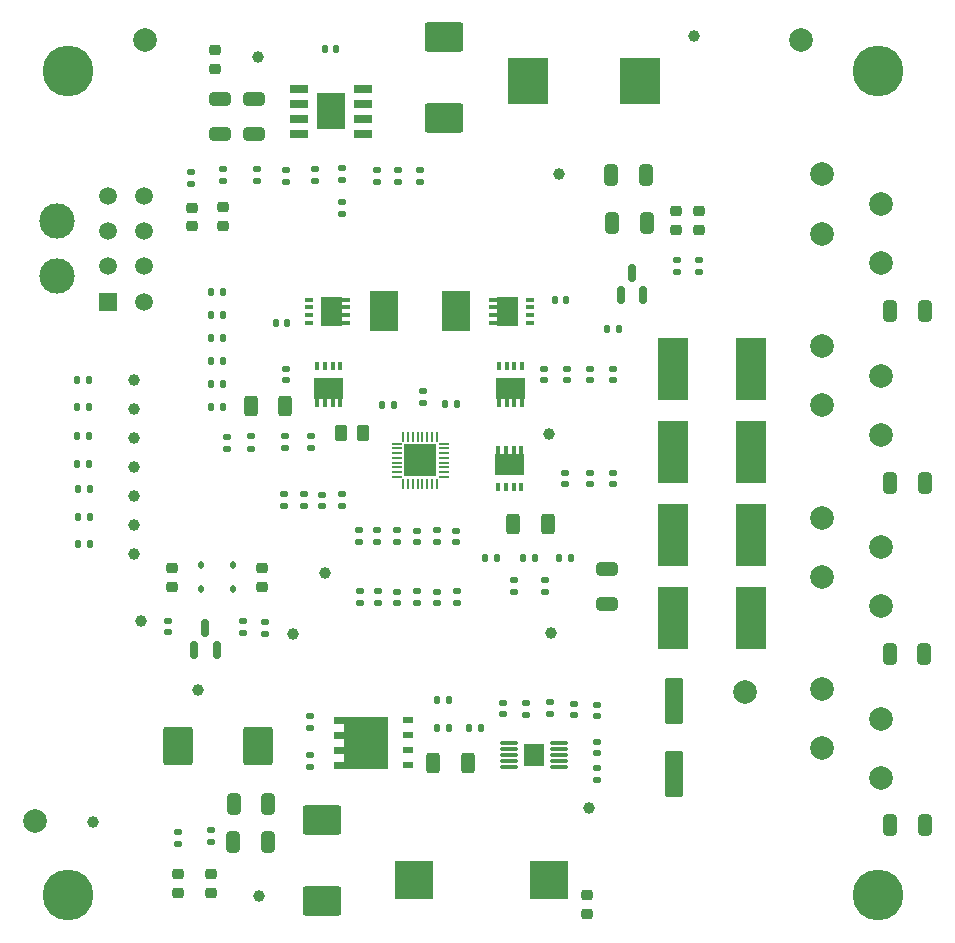
<source format=gts>
G04 #@! TF.GenerationSoftware,KiCad,Pcbnew,7.0.6-0*
G04 #@! TF.CreationDate,2023-09-08T10:13:38-03:00*
G04 #@! TF.ProjectId,expansao_bateria_rev1.1,65787061-6e73-4616-9f5f-626174657269,rev?*
G04 #@! TF.SameCoordinates,Original*
G04 #@! TF.FileFunction,Soldermask,Top*
G04 #@! TF.FilePolarity,Negative*
%FSLAX46Y46*%
G04 Gerber Fmt 4.6, Leading zero omitted, Abs format (unit mm)*
G04 Created by KiCad (PCBNEW 7.0.6-0) date 2023-09-08 10:13:38*
%MOMM*%
%LPD*%
G01*
G04 APERTURE LIST*
G04 Aperture macros list*
%AMRoundRect*
0 Rectangle with rounded corners*
0 $1 Rounding radius*
0 $2 $3 $4 $5 $6 $7 $8 $9 X,Y pos of 4 corners*
0 Add a 4 corners polygon primitive as box body*
4,1,4,$2,$3,$4,$5,$6,$7,$8,$9,$2,$3,0*
0 Add four circle primitives for the rounded corners*
1,1,$1+$1,$2,$3*
1,1,$1+$1,$4,$5*
1,1,$1+$1,$6,$7*
1,1,$1+$1,$8,$9*
0 Add four rect primitives between the rounded corners*
20,1,$1+$1,$2,$3,$4,$5,0*
20,1,$1+$1,$4,$5,$6,$7,0*
20,1,$1+$1,$6,$7,$8,$9,0*
20,1,$1+$1,$8,$9,$2,$3,0*%
%AMFreePoly0*
4,1,17,2.675000,1.605000,1.875000,1.605000,1.875000,0.935000,2.675000,0.935000,2.675000,0.335000,1.875000,0.335000,1.875000,-0.335000,2.675000,-0.335000,2.675000,-0.935000,1.875000,-0.935000,1.875000,-1.605000,2.675000,-1.605000,2.675000,-2.205000,-1.875000,-2.205000,-1.875000,2.205000,2.675000,2.205000,2.675000,1.605000,2.675000,1.605000,$1*%
G04 Aperture macros list end*
%ADD10R,2.500000X5.300000*%
%ADD11RoundRect,0.250000X0.550000X-1.712500X0.550000X1.712500X-0.550000X1.712500X-0.550000X-1.712500X0*%
%ADD12RoundRect,0.135000X-0.185000X0.135000X-0.185000X-0.135000X0.185000X-0.135000X0.185000X0.135000X0*%
%ADD13RoundRect,0.135000X0.185000X-0.135000X0.185000X0.135000X-0.185000X0.135000X-0.185000X-0.135000X0*%
%ADD14R,0.399999X0.700001*%
%ADD15RoundRect,0.218750X-0.256250X0.218750X-0.256250X-0.218750X0.256250X-0.218750X0.256250X0.218750X0*%
%ADD16RoundRect,0.140000X-0.170000X0.140000X-0.170000X-0.140000X0.170000X-0.140000X0.170000X0.140000X0*%
%ADD17RoundRect,0.250000X-0.325000X-0.650000X0.325000X-0.650000X0.325000X0.650000X-0.325000X0.650000X0*%
%ADD18RoundRect,0.140000X-0.140000X-0.170000X0.140000X-0.170000X0.140000X0.170000X-0.140000X0.170000X0*%
%ADD19C,2.000000*%
%ADD20RoundRect,0.250000X-0.312500X-0.625000X0.312500X-0.625000X0.312500X0.625000X-0.312500X0.625000X0*%
%ADD21RoundRect,0.140000X0.140000X0.170000X-0.140000X0.170000X-0.140000X-0.170000X0.140000X-0.170000X0*%
%ADD22RoundRect,0.075000X0.650000X0.075000X-0.650000X0.075000X-0.650000X-0.075000X0.650000X-0.075000X0*%
%ADD23R,1.680000X1.880000*%
%ADD24C,1.000000*%
%ADD25RoundRect,0.150000X0.150000X-0.587500X0.150000X0.587500X-0.150000X0.587500X-0.150000X-0.587500X0*%
%ADD26C,4.300000*%
%ADD27RoundRect,0.218750X0.256250X-0.218750X0.256250X0.218750X-0.256250X0.218750X-0.256250X-0.218750X0*%
%ADD28RoundRect,0.140000X0.170000X-0.140000X0.170000X0.140000X-0.170000X0.140000X-0.170000X-0.140000X0*%
%ADD29RoundRect,0.135000X0.135000X0.185000X-0.135000X0.185000X-0.135000X-0.185000X0.135000X-0.185000X0*%
%ADD30RoundRect,0.250000X0.650000X-0.325000X0.650000X0.325000X-0.650000X0.325000X-0.650000X-0.325000X0*%
%ADD31RoundRect,0.135000X-0.135000X-0.185000X0.135000X-0.185000X0.135000X0.185000X-0.135000X0.185000X0*%
%ADD32R,3.500000X4.000000*%
%ADD33RoundRect,0.050000X-0.337500X-0.050000X0.337500X-0.050000X0.337500X0.050000X-0.337500X0.050000X0*%
%ADD34RoundRect,0.050000X-0.050000X-0.337500X0.050000X-0.337500X0.050000X0.337500X-0.050000X0.337500X0*%
%ADD35R,2.800000X2.800000*%
%ADD36RoundRect,0.250000X0.325000X0.650000X-0.325000X0.650000X-0.325000X-0.650000X0.325000X-0.650000X0*%
%ADD37RoundRect,0.250000X1.000000X-1.400000X1.000000X1.400000X-1.000000X1.400000X-1.000000X-1.400000X0*%
%ADD38RoundRect,0.250000X-1.400000X-1.000000X1.400000X-1.000000X1.400000X1.000000X-1.400000X1.000000X0*%
%ADD39RoundRect,0.250000X-0.650000X0.325000X-0.650000X-0.325000X0.650000X-0.325000X0.650000X0.325000X0*%
%ADD40RoundRect,0.225000X-0.250000X0.225000X-0.250000X-0.225000X0.250000X-0.225000X0.250000X0.225000X0*%
%ADD41RoundRect,0.112500X0.112500X-0.187500X0.112500X0.187500X-0.112500X0.187500X-0.112500X-0.187500X0*%
%ADD42R,0.700001X0.399999*%
%ADD43C,3.000000*%
%ADD44R,1.520000X1.520000*%
%ADD45C,1.520000*%
%ADD46R,1.525000X0.650000*%
%ADD47R,2.400000X3.100000*%
%ADD48R,3.175000X3.300000*%
%ADD49FreePoly0,180.000000*%
%ADD50R,0.850000X0.500000*%
%ADD51RoundRect,0.250000X-0.262500X-0.450000X0.262500X-0.450000X0.262500X0.450000X-0.262500X0.450000X0*%
%ADD52R,2.350000X3.500000*%
G04 APERTURE END LIST*
G36*
X28588500Y-33692997D02*
G01*
X28288501Y-33692997D01*
X28288501Y-33192998D01*
X28588500Y-33192998D01*
X28588500Y-33692997D01*
G37*
G36*
X27938499Y-33692997D02*
G01*
X27638499Y-33692997D01*
X27638499Y-33192998D01*
X27938499Y-33192998D01*
X27938499Y-33692997D01*
G37*
G36*
X27288503Y-33692997D02*
G01*
X26988503Y-33692997D01*
X26988503Y-33192998D01*
X27288503Y-33192998D01*
X27288503Y-33692997D01*
G37*
G36*
X26638501Y-33692997D02*
G01*
X26338502Y-33692997D01*
X26338502Y-33192998D01*
X26638501Y-33192998D01*
X26638501Y-33692997D01*
G37*
G36*
X28645640Y-31709021D02*
G01*
X28655630Y-31712051D01*
X28664835Y-31716974D01*
X28672904Y-31723596D01*
X28679526Y-31731665D01*
X28684449Y-31740870D01*
X28687479Y-31750860D01*
X28688500Y-31761249D01*
X28688500Y-33429749D01*
X28687479Y-33440138D01*
X28684449Y-33450128D01*
X28679526Y-33459333D01*
X28672904Y-33467402D01*
X28664835Y-33474024D01*
X28655630Y-33478947D01*
X28645640Y-33481977D01*
X28635251Y-33483000D01*
X26291751Y-33483000D01*
X26281362Y-33481977D01*
X26271372Y-33478947D01*
X26262167Y-33474024D01*
X26254098Y-33467402D01*
X26247476Y-33459333D01*
X26242553Y-33450128D01*
X26239523Y-33440138D01*
X26238502Y-33429749D01*
X26238502Y-31761249D01*
X26239523Y-31750860D01*
X26242553Y-31740870D01*
X26247476Y-31731665D01*
X26254098Y-31723596D01*
X26262167Y-31716974D01*
X26271372Y-31712051D01*
X26281362Y-31709021D01*
X26291751Y-31708000D01*
X28635251Y-31708000D01*
X28645640Y-31709021D01*
G37*
G36*
X41958001Y-38443000D02*
G01*
X41658002Y-38443000D01*
X41658002Y-37943001D01*
X41958001Y-37943001D01*
X41958001Y-38443000D01*
G37*
G36*
X42608003Y-38443000D02*
G01*
X42308003Y-38443000D01*
X42308003Y-37943001D01*
X42608003Y-37943001D01*
X42608003Y-38443000D01*
G37*
G36*
X43257999Y-38443000D02*
G01*
X42957999Y-38443000D01*
X42957999Y-37943001D01*
X43257999Y-37943001D01*
X43257999Y-38443000D01*
G37*
G36*
X43908000Y-38443000D02*
G01*
X43608001Y-38443000D01*
X43608001Y-37943001D01*
X43908000Y-37943001D01*
X43908000Y-38443000D01*
G37*
G36*
X43965140Y-38154021D02*
G01*
X43975130Y-38157051D01*
X43984335Y-38161974D01*
X43992404Y-38168596D01*
X43999026Y-38176665D01*
X44003949Y-38185870D01*
X44006979Y-38195860D01*
X44008000Y-38206249D01*
X44008000Y-39874749D01*
X44006979Y-39885138D01*
X44003949Y-39895128D01*
X43999026Y-39904333D01*
X43992404Y-39912402D01*
X43984335Y-39919024D01*
X43975130Y-39923947D01*
X43965140Y-39926977D01*
X43954751Y-39927998D01*
X41611251Y-39927998D01*
X41600862Y-39926977D01*
X41590872Y-39923947D01*
X41581667Y-39919024D01*
X41573598Y-39912402D01*
X41566976Y-39904333D01*
X41562053Y-39895128D01*
X41559023Y-39885138D01*
X41558002Y-39874749D01*
X41558002Y-38206249D01*
X41559023Y-38195860D01*
X41562053Y-38185870D01*
X41566976Y-38176665D01*
X41573598Y-38168596D01*
X41581667Y-38161974D01*
X41590872Y-38157051D01*
X41600862Y-38154021D01*
X41611251Y-38152998D01*
X43954751Y-38152998D01*
X43965140Y-38154021D01*
G37*
G36*
X42023002Y-27207998D02*
G01*
X41523003Y-27207998D01*
X41523003Y-26907999D01*
X42023002Y-26907999D01*
X42023002Y-27207998D01*
G37*
G36*
X42023002Y-26557997D02*
G01*
X41523003Y-26557997D01*
X41523003Y-26257997D01*
X42023002Y-26257997D01*
X42023002Y-26557997D01*
G37*
G36*
X42023002Y-25908001D02*
G01*
X41523003Y-25908001D01*
X41523003Y-25608001D01*
X42023002Y-25608001D01*
X42023002Y-25908001D01*
G37*
G36*
X42023002Y-25257999D02*
G01*
X41523003Y-25257999D01*
X41523003Y-24958000D01*
X42023002Y-24958000D01*
X42023002Y-25257999D01*
G37*
G36*
X43465140Y-24859021D02*
G01*
X43475130Y-24862051D01*
X43484335Y-24866974D01*
X43492404Y-24873596D01*
X43499026Y-24881665D01*
X43503949Y-24890870D01*
X43506979Y-24900860D01*
X43508000Y-24911249D01*
X43508000Y-27254749D01*
X43506979Y-27265138D01*
X43503949Y-27275128D01*
X43499026Y-27284333D01*
X43492404Y-27292402D01*
X43484335Y-27299024D01*
X43475130Y-27303947D01*
X43465140Y-27306977D01*
X43454751Y-27307998D01*
X41786251Y-27307998D01*
X41775862Y-27306977D01*
X41765872Y-27303947D01*
X41756667Y-27299024D01*
X41748598Y-27292402D01*
X41741976Y-27284333D01*
X41737053Y-27275128D01*
X41734023Y-27265138D01*
X41733000Y-27254749D01*
X41733000Y-24911249D01*
X41734023Y-24900860D01*
X41737053Y-24890870D01*
X41741976Y-24881665D01*
X41748598Y-24873596D01*
X41756667Y-24866974D01*
X41765872Y-24862051D01*
X41775862Y-24859021D01*
X41786251Y-24858000D01*
X43454751Y-24858000D01*
X43465140Y-24859021D01*
G37*
G36*
X28788498Y-25257999D02*
G01*
X28288499Y-25257999D01*
X28288499Y-24958000D01*
X28788498Y-24958000D01*
X28788498Y-25257999D01*
G37*
G36*
X28788498Y-25908001D02*
G01*
X28288499Y-25908001D01*
X28288499Y-25608001D01*
X28788498Y-25608001D01*
X28788498Y-25908001D01*
G37*
G36*
X28788498Y-26557997D02*
G01*
X28288499Y-26557997D01*
X28288499Y-26257997D01*
X28788498Y-26257997D01*
X28788498Y-26557997D01*
G37*
G36*
X28788498Y-27207998D02*
G01*
X28288499Y-27207998D01*
X28288499Y-26907999D01*
X28788498Y-26907999D01*
X28788498Y-27207998D01*
G37*
G36*
X28535639Y-24859021D02*
G01*
X28545629Y-24862051D01*
X28554834Y-24866974D01*
X28562903Y-24873596D01*
X28569525Y-24881665D01*
X28574448Y-24890870D01*
X28577478Y-24900860D01*
X28578501Y-24911249D01*
X28578501Y-27254749D01*
X28577478Y-27265138D01*
X28574448Y-27275128D01*
X28569525Y-27284333D01*
X28562903Y-27292402D01*
X28554834Y-27299024D01*
X28545629Y-27303947D01*
X28535639Y-27306977D01*
X28525250Y-27307998D01*
X26856750Y-27307998D01*
X26846361Y-27306977D01*
X26836371Y-27303947D01*
X26827166Y-27299024D01*
X26819097Y-27292402D01*
X26812475Y-27284333D01*
X26807552Y-27275128D01*
X26804522Y-27265138D01*
X26803501Y-27254749D01*
X26803501Y-24911249D01*
X26804522Y-24900860D01*
X26807552Y-24890870D01*
X26812475Y-24881665D01*
X26819097Y-24873596D01*
X26827166Y-24866974D01*
X26836371Y-24862051D01*
X26846361Y-24859021D01*
X26856750Y-24858000D01*
X28525250Y-24858000D01*
X28535639Y-24859021D01*
G37*
G36*
X43972999Y-33692997D02*
G01*
X43673000Y-33692997D01*
X43673000Y-33192998D01*
X43972999Y-33192998D01*
X43972999Y-33692997D01*
G37*
G36*
X43322998Y-33692997D02*
G01*
X43022998Y-33692997D01*
X43022998Y-33192998D01*
X43322998Y-33192998D01*
X43322998Y-33692997D01*
G37*
G36*
X42673002Y-33692997D02*
G01*
X42373002Y-33692997D01*
X42373002Y-33192998D01*
X42673002Y-33192998D01*
X42673002Y-33692997D01*
G37*
G36*
X42023000Y-33692997D02*
G01*
X41723001Y-33692997D01*
X41723001Y-33192998D01*
X42023000Y-33192998D01*
X42023000Y-33692997D01*
G37*
G36*
X44030139Y-31709021D02*
G01*
X44040129Y-31712051D01*
X44049334Y-31716974D01*
X44057403Y-31723596D01*
X44064025Y-31731665D01*
X44068948Y-31740870D01*
X44071978Y-31750860D01*
X44072999Y-31761249D01*
X44072999Y-33429749D01*
X44071978Y-33440138D01*
X44068948Y-33450128D01*
X44064025Y-33459333D01*
X44057403Y-33467402D01*
X44049334Y-33474024D01*
X44040129Y-33478947D01*
X44030139Y-33481977D01*
X44019750Y-33483000D01*
X41676250Y-33483000D01*
X41665861Y-33481977D01*
X41655871Y-33478947D01*
X41646666Y-33474024D01*
X41638597Y-33467402D01*
X41631975Y-33459333D01*
X41627052Y-33450128D01*
X41624022Y-33440138D01*
X41623001Y-33429749D01*
X41623001Y-31761249D01*
X41624022Y-31750860D01*
X41627052Y-31740870D01*
X41631975Y-31731665D01*
X41638597Y-31723596D01*
X41646666Y-31716974D01*
X41655871Y-31712051D01*
X41665861Y-31709021D01*
X41676250Y-31708000D01*
X44019750Y-31708000D01*
X44030139Y-31709021D01*
G37*
D10*
X56581000Y-37995666D03*
X63181000Y-37995666D03*
D11*
X56706000Y-65274500D03*
X56706000Y-59099500D03*
D12*
X17482000Y-70033000D03*
X17482000Y-71053000D03*
X34952800Y-49784000D03*
X34952800Y-50804000D03*
D13*
X58818000Y-22796500D03*
X58818000Y-21776500D03*
D14*
X28438503Y-30718000D03*
X27788502Y-30718000D03*
X27138503Y-30718000D03*
X26488502Y-30718000D03*
X26488502Y-33817998D03*
X27138500Y-33817998D03*
X27788502Y-33817998D03*
X28438500Y-33817998D03*
D15*
X17826000Y-3980500D03*
X17826000Y-5555500D03*
D16*
X33233200Y-44632000D03*
X33233200Y-45592000D03*
D17*
X51391000Y-14513000D03*
X54341000Y-14513000D03*
D18*
X37333000Y-33929000D03*
X38293000Y-33929000D03*
D19*
X62666000Y-58311000D03*
D15*
X14145000Y-47812000D03*
X14145000Y-49387000D03*
D13*
X26254332Y-15031000D03*
X26254332Y-14011000D03*
D20*
X20866500Y-34107000D03*
X23791500Y-34107000D03*
D21*
X41683000Y-47001000D03*
X40723000Y-47001000D03*
D16*
X47479000Y-39761000D03*
X47479000Y-40721000D03*
D13*
X50205000Y-65776000D03*
X50205000Y-64756000D03*
X31595600Y-50804000D03*
X31595600Y-49784000D03*
D22*
X46992000Y-64650000D03*
X46992000Y-64150000D03*
X46992000Y-63650000D03*
X46992000Y-63150000D03*
X46992000Y-62650000D03*
X42692000Y-62650000D03*
X42692000Y-63150000D03*
X42692000Y-63650000D03*
X42692000Y-64150000D03*
X42692000Y-64650000D03*
D23*
X44842000Y-63650000D03*
D13*
X56908000Y-22747500D03*
X56908000Y-21727500D03*
D24*
X10976000Y-44207000D03*
D25*
X16068000Y-54755000D03*
X17968000Y-54755000D03*
X17018000Y-52880000D03*
D26*
X5353000Y-5751000D03*
D18*
X46587000Y-25108000D03*
X47547000Y-25108000D03*
X32003000Y-34001000D03*
X32963000Y-34001000D03*
D27*
X14691000Y-75332000D03*
X14691000Y-73757000D03*
D28*
X49574000Y-31896000D03*
X49574000Y-30936000D03*
D16*
X38269000Y-44656000D03*
X38269000Y-45616000D03*
X13875000Y-52300000D03*
X13875000Y-53260000D03*
D29*
X37644000Y-59015000D03*
X36624000Y-59015000D03*
D10*
X56581000Y-30980000D03*
X63181000Y-30980000D03*
D16*
X26917000Y-41615000D03*
X26917000Y-42575000D03*
D24*
X46947000Y-14443000D03*
D19*
X2549000Y-69273000D03*
D10*
X56581000Y-45011332D03*
X63181000Y-45011332D03*
D24*
X27109000Y-48248000D03*
X10976000Y-31877000D03*
D16*
X51522000Y-39787000D03*
X51522000Y-40747000D03*
D13*
X23642000Y-42605000D03*
X23642000Y-41585000D03*
D30*
X18244000Y-11089000D03*
X18244000Y-8139000D03*
D21*
X18470000Y-32229000D03*
X17510000Y-32229000D03*
D18*
X27140000Y-3909000D03*
X28100000Y-3909000D03*
D24*
X21446000Y-4536000D03*
D20*
X36285000Y-64315000D03*
X39210000Y-64315000D03*
D12*
X25325000Y-41585000D03*
X25325000Y-42605000D03*
D31*
X51022000Y-27600000D03*
X52042000Y-27600000D03*
D19*
X74227000Y-51045000D03*
X69227000Y-48545000D03*
X74227000Y-46045000D03*
X69227000Y-43545000D03*
D32*
X44325000Y-6589000D03*
X53825000Y-6589000D03*
D16*
X49567000Y-39735000D03*
X49567000Y-40695000D03*
D13*
X46193500Y-60220000D03*
X46193500Y-59200000D03*
D24*
X16371000Y-58155000D03*
D33*
X33198500Y-37289000D03*
X33198500Y-37689000D03*
X33198500Y-38089000D03*
X33198500Y-38489000D03*
X33198500Y-38889000D03*
X33198500Y-39289000D03*
X33198500Y-39689000D03*
X33198500Y-40089000D03*
D34*
X33786000Y-40676500D03*
X34186000Y-40676500D03*
X34586000Y-40676500D03*
X34986000Y-40676500D03*
X35386000Y-40676500D03*
X35786000Y-40676500D03*
X36186000Y-40676500D03*
X36586000Y-40676500D03*
D33*
X37173500Y-40089000D03*
X37173500Y-39689000D03*
X37173500Y-39289000D03*
X37173500Y-38889000D03*
X37173500Y-38489000D03*
X37173500Y-38089000D03*
X37173500Y-37689000D03*
X37173500Y-37289000D03*
D34*
X36586000Y-36701500D03*
X36186000Y-36701500D03*
X35786000Y-36701500D03*
X35386000Y-36701500D03*
X34986000Y-36701500D03*
X34586000Y-36701500D03*
X34186000Y-36701500D03*
X33786000Y-36701500D03*
D35*
X35186000Y-38689000D03*
D24*
X10976000Y-39275000D03*
D18*
X39374000Y-61383000D03*
X40334000Y-61383000D03*
D17*
X74952000Y-69563000D03*
X77902000Y-69563000D03*
D28*
X51535500Y-31896000D03*
X51535500Y-30936000D03*
D36*
X54406000Y-18640000D03*
X51456000Y-18640000D03*
D19*
X67451000Y-3098000D03*
D12*
X28570000Y-16844000D03*
X28570000Y-17864000D03*
D24*
X10976000Y-41741000D03*
D37*
X14659000Y-62863000D03*
X21459000Y-62863000D03*
D24*
X46234000Y-53294000D03*
D26*
X73962000Y-75517000D03*
D13*
X23769000Y-37628000D03*
X23769000Y-36608000D03*
D21*
X18469000Y-26382000D03*
X17509000Y-26382000D03*
D12*
X20854000Y-36681000D03*
X20854000Y-37701000D03*
D19*
X11921000Y-3134000D03*
D16*
X33274200Y-49814000D03*
X33274200Y-50774000D03*
D12*
X15824000Y-14281500D03*
X15824000Y-15301500D03*
D10*
X56581000Y-52027000D03*
X63181000Y-52027000D03*
D16*
X30041000Y-44632000D03*
X30041000Y-45592000D03*
D38*
X26855000Y-69184000D03*
X26855000Y-75984000D03*
D15*
X56836000Y-17600000D03*
X56836000Y-19175000D03*
D16*
X18824000Y-36746000D03*
X18824000Y-37706000D03*
D24*
X24457000Y-53370000D03*
D39*
X21094000Y-8139000D03*
X21094000Y-11089000D03*
D17*
X19403000Y-67791000D03*
X22353000Y-67791000D03*
D21*
X18469000Y-30280000D03*
X17509000Y-30280000D03*
D19*
X74227000Y-36523000D03*
X69227000Y-34023000D03*
X74227000Y-31523000D03*
X69227000Y-29023000D03*
D26*
X73962000Y-5751000D03*
D13*
X28575000Y-14975000D03*
X28575000Y-13955000D03*
D25*
X52172000Y-24682500D03*
X54072000Y-24682500D03*
X53122000Y-22807500D03*
D24*
X21511500Y-75627000D03*
D27*
X17499000Y-75342500D03*
X17499000Y-73767500D03*
D24*
X10976000Y-46673000D03*
D16*
X20161000Y-52333000D03*
X20161000Y-53293000D03*
D17*
X19368000Y-71008000D03*
X22318000Y-71008000D03*
D12*
X30082000Y-49784000D03*
X30082000Y-50804000D03*
D40*
X49352000Y-75523000D03*
X49352000Y-77073000D03*
D41*
X19331000Y-49627000D03*
X19331000Y-47527000D03*
D14*
X41807999Y-40917998D03*
X42458000Y-40917998D03*
X43107999Y-40917998D03*
X43758000Y-40917998D03*
X43758000Y-37818000D03*
X43108002Y-37818000D03*
X42458000Y-37818000D03*
X41808002Y-37818000D03*
D29*
X7154000Y-34176000D03*
X6134000Y-34176000D03*
D42*
X44498000Y-27058001D03*
X44498000Y-26408000D03*
X44498000Y-25758001D03*
X44498000Y-25108000D03*
X41398002Y-25108000D03*
X41398002Y-25757998D03*
X41398002Y-26408000D03*
X41398002Y-27057998D03*
D29*
X37639000Y-61383000D03*
X36619000Y-61383000D03*
D42*
X25813501Y-25107997D03*
X25813501Y-25757998D03*
X25813501Y-26407997D03*
X25813501Y-27057998D03*
X28913499Y-27057998D03*
X28913499Y-26408000D03*
X28913499Y-25757998D03*
X28913499Y-25108000D03*
D16*
X50205000Y-59381000D03*
X50205000Y-60341000D03*
D28*
X35403000Y-33825000D03*
X35403000Y-32865000D03*
D24*
X10976000Y-34343000D03*
D15*
X21814000Y-47812000D03*
X21814000Y-49387000D03*
D43*
X4479000Y-18448000D03*
X4479000Y-23128000D03*
D44*
X8799000Y-25288000D03*
D45*
X8799000Y-22288000D03*
X8799000Y-19288000D03*
X8799000Y-16288000D03*
X11799000Y-25288000D03*
X11799000Y-22288000D03*
X11799000Y-19288000D03*
X11799000Y-16288000D03*
D24*
X11594000Y-52279000D03*
D16*
X34911800Y-44656000D03*
X34911800Y-45616000D03*
X48204250Y-59309000D03*
X48204250Y-60269000D03*
D12*
X45792000Y-48838000D03*
X45792000Y-49858000D03*
D36*
X77957000Y-26071000D03*
X75007000Y-26071000D03*
D18*
X46979000Y-47001000D03*
X47939000Y-47001000D03*
X43921000Y-46992000D03*
X44881000Y-46992000D03*
D46*
X24897000Y-7259000D03*
X24897000Y-8529000D03*
X24897000Y-9799000D03*
X24897000Y-11069000D03*
X30321000Y-11069000D03*
X30321000Y-9799000D03*
X30321000Y-8529000D03*
X30321000Y-7259000D03*
D47*
X27609000Y-9164000D03*
D12*
X21361000Y-14001000D03*
X21361000Y-15021000D03*
D16*
X35186000Y-14159000D03*
X35186000Y-15119000D03*
D12*
X31501000Y-14129000D03*
X31501000Y-15149000D03*
D27*
X15850000Y-18878000D03*
X15850000Y-17303000D03*
D28*
X44182750Y-60238000D03*
X44182750Y-59278000D03*
D38*
X37183000Y-2899000D03*
X37183000Y-9699000D03*
D17*
X74936000Y-55135000D03*
X77886000Y-55135000D03*
D28*
X50205000Y-63494334D03*
X50205000Y-62534334D03*
D19*
X74227000Y-22001000D03*
X69227000Y-19501000D03*
X74227000Y-17001000D03*
X69227000Y-14501000D03*
D17*
X74991000Y-40628000D03*
X77941000Y-40628000D03*
D21*
X18470000Y-34178000D03*
X17510000Y-34178000D03*
D27*
X18493000Y-18839500D03*
X18493000Y-17264500D03*
D24*
X46105000Y-36436000D03*
D20*
X43076500Y-44071000D03*
X46001500Y-44071000D03*
D48*
X46077000Y-74239000D03*
X34647000Y-74239000D03*
D28*
X25939000Y-37625000D03*
X25939000Y-36665000D03*
D13*
X25839000Y-61406000D03*
X25839000Y-60386000D03*
D49*
X30636000Y-62614000D03*
D50*
X34186000Y-64519000D03*
X34186000Y-63249000D03*
X34186000Y-61979000D03*
X34186000Y-60709000D03*
D12*
X14663000Y-70137000D03*
X14663000Y-71157000D03*
X23869000Y-14105000D03*
X23869000Y-15125000D03*
D28*
X47612500Y-31896000D03*
X47612500Y-30936000D03*
D51*
X28493500Y-36351000D03*
X30318500Y-36351000D03*
D24*
X58385000Y-2766000D03*
D16*
X36631400Y-49814000D03*
X36631400Y-50774000D03*
D19*
X74227000Y-65567000D03*
X69227000Y-63067000D03*
X74227000Y-60567000D03*
X69227000Y-58067000D03*
D13*
X31554600Y-45622000D03*
X31554600Y-44602000D03*
D29*
X7145000Y-31885000D03*
X6125000Y-31885000D03*
X7211000Y-41119000D03*
X6191000Y-41119000D03*
D28*
X45651000Y-31896000D03*
X45651000Y-30936000D03*
D12*
X38310000Y-49784000D03*
X38310000Y-50804000D03*
D16*
X42182000Y-59217000D03*
X42182000Y-60177000D03*
D24*
X10976000Y-36809000D03*
D13*
X25839000Y-64661000D03*
X25839000Y-63641000D03*
D14*
X43823002Y-30718000D03*
X43173001Y-30718000D03*
X42523002Y-30718000D03*
X41873001Y-30718000D03*
X41873001Y-33817998D03*
X42522999Y-33817998D03*
X43173001Y-33817998D03*
X43822999Y-33817998D03*
D24*
X49458000Y-68179000D03*
D15*
X58797000Y-17625500D03*
X58797000Y-19200500D03*
D24*
X7529000Y-69342000D03*
D21*
X18469000Y-24433000D03*
X17509000Y-24433000D03*
D29*
X7149000Y-36604000D03*
X6129000Y-36604000D03*
D26*
X5353000Y-75517000D03*
D12*
X28582000Y-41585000D03*
X28582000Y-42605000D03*
D28*
X33348500Y-15119000D03*
X33348500Y-14159000D03*
D13*
X43110000Y-49885000D03*
X43110000Y-48865000D03*
D52*
X32161000Y-26082999D03*
X38211000Y-26082999D03*
D29*
X7146000Y-38993000D03*
X6126000Y-38993000D03*
D21*
X23948000Y-27051000D03*
X22988000Y-27051000D03*
D13*
X36590400Y-45646000D03*
X36590400Y-44626000D03*
D39*
X50996000Y-47944000D03*
X50996000Y-50894000D03*
D29*
X7214000Y-43489000D03*
X6194000Y-43489000D03*
D21*
X18469000Y-28331000D03*
X17509000Y-28331000D03*
D12*
X22074000Y-52356000D03*
X22074000Y-53376000D03*
X18493000Y-14059000D03*
X18493000Y-15079000D03*
D16*
X23804000Y-30934000D03*
X23804000Y-31894000D03*
D41*
X16628000Y-49627000D03*
X16628000Y-47527000D03*
D29*
X7211000Y-45761000D03*
X6191000Y-45761000D03*
M02*

</source>
